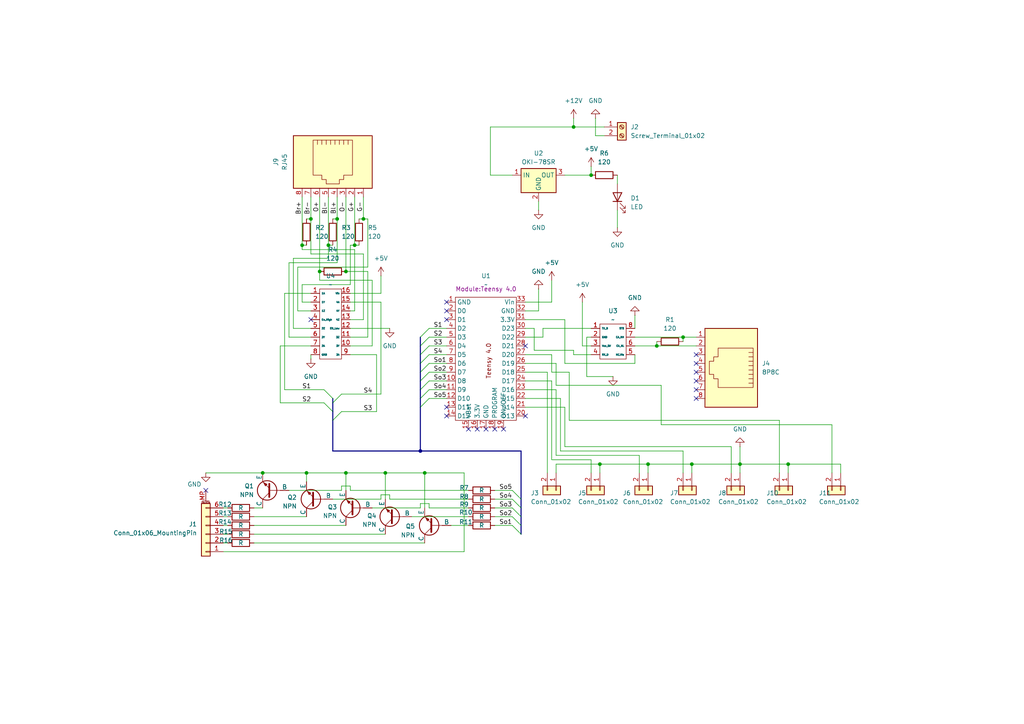
<source format=kicad_sch>
(kicad_sch (version 20231120) (generator "eeschema") (generator_version "8.0")
  (paper "A4")
  (lib_symbols
    (symbol "Connector:8P8C" (pin_names (offset 1.016))
      (property "Reference" "J" (at -5.08 13.97 0))
      (property "Value" "8P8C" (at 2.54 13.97 0))
      (symbol "8P8C_0_1"
        (polyline (pts (xy -5.08 4.445) (xy -6.35 4.445)))
        (polyline (pts (xy -5.08 5.715) (xy -6.35 5.715)))
        (polyline (pts (xy -6.35 -3.175) (xy -5.08 -3.175) (xy -5.08 -3.175)))
        (polyline (pts (xy -6.35 -1.905) (xy -5.08 -1.905) (xy -5.08 -1.905)))
        (polyline (pts (xy -6.35 -0.635) (xy -5.08 -0.635) (xy -5.08 -0.635)))
        (polyline (pts (xy -6.35 0.635) (xy -5.08 0.635) (xy -5.08 0.635)))
        (polyline (pts (xy -6.35 1.905) (xy -5.08 1.905) (xy -5.08 1.905)))
        (polyline (pts (xy -5.08 3.175) (xy -6.35 3.175) (xy -6.35 3.175)))
        (polyline (pts (xy -6.35 -4.445) (xy -6.35 6.985) (xy 3.81 6.985) (xy 3.81 4.445) (xy 5.08 4.445) (xy 5.08 3.175) (xy 6.35 3.175) (xy 6.35 -0.635) (xy 5.08 -0.635) (xy 5.08 -1.905) (xy 3.81 -1.905) (xy 3.81 -4.445) (xy -6.35 -4.445) (xy -6.35 -4.445)))
        (rectangle (start 7.62 12.7) (end -7.62 -10.16) (stroke (width 0.254)) (fill (type background)))
      )
      (symbol "8P8C_1_1"
        (pin passive line (at 10.16 -7.62 180) (length 2.54) (name "~") (number "1"))
        (pin passive line (at 10.16 -5.08 180) (length 2.54) (name "~") (number "2"))
        (pin passive line (at 10.16 -2.54 180) (length 2.54) (name "~") (number "3"))
        (pin passive line (at 10.16 0 180) (length 2.54) (name "~") (number "4"))
        (pin passive line (at 10.16 2.54 180) (length 2.54) (name "~") (number "5"))
        (pin passive line (at 10.16 5.08 180) (length 2.54) (name "~") (number "6"))
        (pin passive line (at 10.16 7.62 180) (length 2.54) (name "~") (number "7"))
        (pin passive line (at 10.16 10.16 180) (length 2.54) (name "~") (number "8"))
      )
    )
    (symbol "Connector:RJ45" (pin_names (offset 1.016))
      (property "Reference" "J" (at -5.08 13.97 0))
      (property "Value" "RJ45" (at 2.54 13.97 0))
      (symbol "RJ45_0_1"
        (polyline (pts (xy -5.08 4.445) (xy -6.35 4.445)))
        (polyline (pts (xy -5.08 5.715) (xy -6.35 5.715)))
        (polyline (pts (xy -6.35 -3.175) (xy -5.08 -3.175) (xy -5.08 -3.175)))
        (polyline (pts (xy -6.35 -1.905) (xy -5.08 -1.905) (xy -5.08 -1.905)))
        (polyline (pts (xy -6.35 -0.635) (xy -5.08 -0.635) (xy -5.08 -0.635)))
        (polyline (pts (xy -6.35 0.635) (xy -5.08 0.635) (xy -5.08 0.635)))
        (polyline (pts (xy -6.35 1.905) (xy -5.08 1.905) (xy -5.08 1.905)))
        (polyline (pts (xy -5.08 3.175) (xy -6.35 3.175) (xy -6.35 3.175)))
        (polyline (pts (xy -6.35 -4.445) (xy -6.35 6.985) (xy 3.81 6.985) (xy 3.81 4.445) (xy 5.08 4.445) (xy 5.08 3.175) (xy 6.35 3.175) (xy 6.35 -0.635) (xy 5.08 -0.635) (xy 5.08 -1.905) (xy 3.81 -1.905) (xy 3.81 -4.445) (xy -6.35 -4.445) (xy -6.35 -4.445)))
        (rectangle (start 7.62 12.7) (end -7.62 -10.16) (stroke (width 0.254)) (fill (type background)))
      )
      (symbol "RJ45_1_1"
        (pin passive line (at 10.16 -7.62 180) (length 2.54) (name "~") (number "1"))
        (pin passive line (at 10.16 -5.08 180) (length 2.54) (name "~") (number "2"))
        (pin passive line (at 10.16 -2.54 180) (length 2.54) (name "~") (number "3"))
        (pin passive line (at 10.16 0 180) (length 2.54) (name "~") (number "4"))
        (pin passive line (at 10.16 2.54 180) (length 2.54) (name "~") (number "5"))
        (pin passive line (at 10.16 5.08 180) (length 2.54) (name "~") (number "6"))
        (pin passive line (at 10.16 7.62 180) (length 2.54) (name "~") (number "7"))
        (pin passive line (at 10.16 10.16 180) (length 2.54) (name "~") (number "8"))
      )
    )
    (symbol "Connector:Screw_Terminal_01x02" (pin_names (offset 1.016) hide)
      (property "Reference" "J" (at 0 2.54 0))
      (property "Value" "Screw_Terminal_01x02" (at 0 -5.08 0))
      (symbol "Screw_Terminal_01x02_1_1"
        (rectangle (start -1.27 1.27) (end 1.27 -3.81) (stroke (width 0.254)) (fill (type background)))
        (circle (center 0 -2.54) (radius 0.635) (stroke (width 0.1524)))
        (polyline (pts (xy -0.5334 -2.2098) (xy 0.3302 -3.048)) (stroke (width 0.1524)))
        (polyline (pts (xy -0.5334 0.3302) (xy 0.3302 -0.508)) (stroke (width 0.1524)))
        (polyline (pts (xy -0.3556 -2.032) (xy 0.508 -2.8702)) (stroke (width 0.1524)))
        (polyline (pts (xy -0.3556 0.508) (xy 0.508 -0.3302)) (stroke (width 0.1524)))
        (circle (center 0 0) (radius 0.635) (stroke (width 0.1524)))
        (pin passive line (at -5.08 0 0) (length 3.81) (name "Pin_1") (number "1"))
        (pin passive line (at -5.08 -2.54 0) (length 3.81) (name "Pin_2") (number "2"))
      )
    )
    (symbol "Connector_Generic:Conn_01x02" (pin_names (offset 1.016) hide)
      (property "Reference" "J" (at 0 2.54 0))
      (property "Value" "Conn_01x02" (at 0 -5.08 0))
      (symbol "Conn_01x02_1_1"
        (rectangle (start -1.27 -2.413) (end 0 -2.667) (stroke (width 0.1524)))
        (rectangle (start -1.27 0.127) (end 0 -0.127) (stroke (width 0.1524)))
        (rectangle (start -1.27 1.27) (end 1.27 -3.81) (stroke (width 0.254)) (fill (type background)))
        (pin passive line (at -5.08 0 0) (length 3.81) (name "Pin_1") (number "1"))
        (pin passive line (at -5.08 -2.54 0) (length 3.81) (name "Pin_2") (number "2"))
      )
    )
    (symbol "Connector_Generic_MountingPin:Conn_01x06_MountingPin" (pin_names (offset 1.016) hide)
      (property "Reference" "J" (at 0 7.62 0))
      (property "Value" "Conn_01x06_MountingPin" (at 1.27 -10.16 0))
      (symbol "Conn_01x06_MountingPin_1_1"
        (rectangle (start -1.27 -7.493) (end 0 -7.747) (stroke (width 0.1524)))
        (rectangle (start -1.27 -4.953) (end 0 -5.207) (stroke (width 0.1524)))
        (rectangle (start -1.27 -2.413) (end 0 -2.667) (stroke (width 0.1524)))
        (rectangle (start -1.27 0.127) (end 0 -0.127) (stroke (width 0.1524)))
        (rectangle (start -1.27 2.667) (end 0 2.413) (stroke (width 0.1524)))
        (rectangle (start -1.27 5.207) (end 0 4.953) (stroke (width 0.1524)))
        (rectangle (start -1.27 6.35) (end 1.27 -8.89) (stroke (width 0.254)) (fill (type background)))
        (polyline (pts (xy -1.016 -9.652) (xy 1.016 -9.652)) (stroke (width 0.1524)))
        (text "Mounting" (at 0 -9.271 0) (effects (font (size 0.381 0.381))))
        (pin passive line (at -5.08 5.08 0) (length 3.81) (name "Pin_1") (number "1"))
        (pin passive line (at -5.08 2.54 0) (length 3.81) (name "Pin_2") (number "2"))
        (pin passive line (at -5.08 0 0) (length 3.81) (name "Pin_3") (number "3"))
        (pin passive line (at -5.08 -2.54 0) (length 3.81) (name "Pin_4") (number "4"))
        (pin passive line (at -5.08 -5.08 0) (length 3.81) (name "Pin_5") (number "5"))
        (pin passive line (at -5.08 -7.62 0) (length 3.81) (name "Pin_6") (number "6"))
        (pin passive line (at 0 -12.7 90) (length 3.048) (name "MountPin") (number "MP"))
      )
    )
    (symbol "Converter_DCDC:OKI-78SR-3.3_1.5-W36-C"
      (property "Reference" "U" (at -3.81 3.175 0))
      (property "Value" "OKI-78SR-3.3_1.5-W36-C" (at 0 3.175 0))
      (symbol "OKI-78SR-3.3_1.5-W36-C_0_1"
        (rectangle (start -5.08 1.905) (end 5.08 -5.08) (stroke (width 0.254)) (fill (type background)))
      )
      (symbol "OKI-78SR-3.3_1.5-W36-C_1_1"
        (pin power_in line (at -7.62 0 0) (length 2.54) (name "IN") (number "1"))
        (pin power_in line (at 0 -7.62 90) (length 2.54) (name "GND") (number "2"))
        (pin power_out line (at 7.62 0 180) (length 2.54) (name "OUT") (number "3"))
      )
    )
    (symbol "Device:LED" (pin_numbers hide) (pin_names (offset 1.016) hide)
      (property "Reference" "D" (at 0 2.54 0))
      (property "Value" "LED" (at 0 -2.54 0))
      (symbol "LED_0_1"
        (polyline (pts (xy -1.27 -1.27) (xy -1.27 1.27)) (stroke (width 0.254)))
        (polyline (pts (xy -1.27 0) (xy 1.27 0)))
        (polyline (pts (xy 1.27 -1.27) (xy 1.27 1.27) (xy -1.27 0) (xy 1.27 -1.27)) (stroke (width 0.254)))
        (polyline (pts (xy -3.048 -0.762) (xy -4.572 -2.286) (xy -3.81 -2.286) (xy -4.572 -2.286) (xy -4.572 -1.524)))
        (polyline (pts (xy -1.778 -0.762) (xy -3.302 -2.286) (xy -2.54 -2.286) (xy -3.302 -2.286) (xy -3.302 -1.524)))
      )
      (symbol "LED_1_1"
        (pin passive line (at -3.81 0 0) (length 2.54) (name "K") (number "1"))
        (pin passive line (at 3.81 0 180) (length 2.54) (name "A") (number "2"))
      )
    )
    (symbol "Device:R" (pin_numbers hide) (pin_names (offset 0))
      (property "Reference" "R" (at 2.032 0 90))
      (property "Value" "R" (at 0 0 90))
      (symbol "R_0_1"
        (rectangle (start -1.016 -2.54) (end 1.016 2.54) (stroke (width 0.254)))
      )
      (symbol "R_1_1"
        (pin passive line (at 0 3.81 270) (length 1.27) (name "~") (number "1"))
        (pin passive line (at 0 -3.81 90) (length 1.27) (name "~") (number "2"))
      )
    )
    (symbol "SMM:DS26C31TMX"
      (property "Reference" "U" (at 3.302 21.844 0))
      (symbol "DS26C31TMX_0_1"
        (rectangle (start 0 20.32) (end 6.35 0))
      )
      (symbol "DS26C31TMX_1_1"
        (pin input line (at -2.54 19.05 0) (length 2.54) (name "1A") (number "1"))
        (pin input line (at 8.89 3.81 180) (length 2.54) (name "3Y") (number "10"))
        (pin input line (at 8.89 6.35 180) (length 2.54) (name "3Z") (number "11"))
        (pin input line (at 8.89 8.89 180) (length 2.54) (name "EN_Low") (number "12"))
        (pin input line (at 8.89 11.43 180) (length 2.54) (name "4Z") (number "13"))
        (pin input line (at 8.89 13.97 180) (length 2.54) (name "4Y") (number "14"))
        (pin input line (at 8.89 16.51 180) (length 2.54) (name "4A") (number "15"))
        (pin input line (at 8.89 19.05 180) (length 2.54) (name "Vin") (number "16"))
        (pin input line (at -2.54 16.51 0) (length 2.54) (name "1Y") (number "2"))
        (pin input line (at -2.54 13.97 0) (length 2.54) (name "1Z") (number "3"))
        (pin input line (at -2.54 11.43 0) (length 2.54) (name "En_High") (number "4"))
        (pin input line (at -2.54 8.89 0) (length 2.54) (name "2Z") (number "5"))
        (pin input line (at -2.54 6.35 0) (length 2.54) (name "2Y") (number "6"))
        (pin input line (at -2.54 3.81 0) (length 2.54) (name "2A") (number "7"))
        (pin input line (at -2.54 1.27 0) (length 2.54) (name "GND") (number "8"))
        (pin input line (at 8.89 1.27 180) (length 2.54) (name "3A") (number "9"))
      )
    )
    (symbol "SMM:TCAN1462VDRQ1"
      (property "Reference" "U" (at 3.556 11.43 0))
      (symbol "TCAN1462VDRQ1_0_1"
        (rectangle (start 0 10.16) (end 7.62 0))
      )
      (symbol "TCAN1462VDRQ1_1_1"
        (pin input line (at -2.54 8.89 0) (length 2.54) (name "TX_D") (number "1"))
        (pin input line (at -2.54 6.35 0) (length 2.54) (name "GND") (number "2"))
        (pin input line (at -2.54 3.81 0) (length 2.54) (name "Vcc_5V") (number "3"))
        (pin output line (at -2.54 1.27 0) (length 2.54) (name "RX_D") (number "4"))
        (pin input line (at 10.16 1.27 180) (length 2.54) (name "NC,Vio") (number "5"))
        (pin bidirectional line (at 10.16 3.81 180) (length 2.54) (name "CA_NL") (number "6"))
        (pin bidirectional line (at 10.16 6.35 180) (length 2.54) (name "CA_NH") (number "7"))
        (pin input line (at 10.16 8.89 180) (length 2.54) (name "STB") (number "8"))
      )
    )
    (symbol "SMM:Teensy_4.0"
      (property "Reference" "U" (at 0 0 0))
      (property "Footprint" "Module:Teensy 4.0" (at 0 0 0))
      (symbol "Teensy_4.0_0_1"
        (rectangle (start 0 35.71) (end 17.68 0))
      )
      (symbol "Teensy_4.0_1_1"
        (text "Teensy 4.0\n" (at 9.652 17.272 900) (effects (font (size 1.27 1.27))))
        (pin input line (at -2.54 34.29 0) (length 2.54) (name "GND") (number "1"))
        (pin bidirectional line (at -2.54 11.43 0) (length 2.54) (name "D8") (number "10"))
        (pin bidirectional line (at -2.54 8.89 0) (length 2.54) (name "D9") (number "11"))
        (pin bidirectional line (at -2.54 6.35 0) (length 2.54) (name "D10") (number "12"))
        (pin bidirectional line (at -2.54 3.81 0) (length 2.54) (name "D11") (number "13"))
        (pin bidirectional line (at -2.54 1.27 0) (length 2.54) (name "D12") (number "14"))
        (pin power_in line (at 3.81 -2.54 90) (length 2.54) (name "VBat") (number "15"))
        (pin power_out line (at 6.35 -2.54 90) (length 2.54) (name "3.3V") (number "16"))
        (pin input line (at 8.89 -2.54 90) (length 2.54) (name "GND") (number "17"))
        (pin unspecified line (at 11.43 -2.54 90) (length 2.54) (name "PROGRAM") (number "18"))
        (pin input line (at 13.97 -2.54 90) (length 2.54) (name "ON/OFF") (number "19"))
        (pin bidirectional line (at -2.54 31.75 0) (length 2.54) (name "D0") (number "2"))
        (pin bidirectional line (at 20.32 1.27 180) (length 2.54) (name "D13") (number "20"))
        (pin bidirectional line (at 20.32 3.81 180) (length 2.54) (name "D14") (number "21"))
        (pin bidirectional line (at 20.32 6.35 180) (length 2.54) (name "D15") (number "22"))
        (pin bidirectional line (at 20.32 8.89 180) (length 2.54) (name "D16") (number "23"))
        (pin bidirectional line (at 20.32 11.43 180) (length 2.54) (name "D17") (number "24"))
        (pin bidirectional line (at 20.32 13.97 180) (length 2.54) (name "D18") (number "25"))
        (pin bidirectional line (at 20.32 16.51 180) (length 2.54) (name "D19") (number "26"))
        (pin bidirectional line (at 20.32 19.05 180) (length 2.54) (name "D20") (number "27"))
        (pin bidirectional line (at 20.32 21.59 180) (length 2.54) (name "D21") (number "28"))
        (pin bidirectional line (at 20.32 24.13 180) (length 2.54) (name "D22") (number "29"))
        (pin bidirectional line (at -2.54 29.21 0) (length 2.54) (name "D1") (number "3"))
        (pin bidirectional line (at 20.32 26.67 180) (length 2.54) (name "D23") (number "30"))
        (pin power_out line (at 20.32 29.21 180) (length 2.54) (name "3.3V") (number "31"))
        (pin input line (at 20.32 31.75 180) (length 2.54) (name "GND") (number "32"))
        (pin power_in line (at 20.32 34.29 180) (length 2.54) (name "Vin") (number "33"))
        (pin bidirectional line (at -2.54 26.67 0) (length 2.54) (name "D2") (number "4"))
        (pin bidirectional line (at -2.54 24.13 0) (length 2.54) (name "D3") (number "5"))
        (pin bidirectional line (at -2.54 21.59 0) (length 2.54) (name "D4") (number "6"))
        (pin bidirectional line (at -2.54 19.05 0) (length 2.54) (name "D5") (number "7"))
        (pin bidirectional line (at -2.54 16.51 0) (length 2.54) (name "D6") (number "8"))
        (pin bidirectional line (at -2.54 13.97 0) (length 2.54) (name "D7") (number "9"))
      )
    )
    (symbol "Simulation_SPICE:NPN" (pin_numbers hide) (pin_names (offset 0))
      (property "Reference" "Q" (at -2.54 7.62 0))
      (property "Value" "NPN" (at -2.54 5.08 0))
      (symbol "NPN_0_1"
        (polyline (pts (xy -2.54 0) (xy 0.635 0)) (stroke (width 0.1524)))
        (polyline (pts (xy 0.635 0.635) (xy 2.54 2.54)))
        (polyline (pts (xy 2.794 -1.27) (xy 2.794 -1.27)) (stroke (width 0.1524)))
        (polyline (pts (xy 2.794 -1.27) (xy 2.794 -1.27)) (stroke (width 0.1524)))
        (polyline (pts (xy 0.635 -0.635) (xy 2.54 -2.54) (xy 2.54 -2.54)))
        (polyline (pts (xy 0.635 1.905) (xy 0.635 -1.905) (xy 0.635 -1.905)) (stroke (width 0.508)))
        (polyline (pts (xy 1.27 -1.778) (xy 1.778 -1.27) (xy 2.286 -2.286) (xy 1.27 -1.778) (xy 1.27 -1.778)) (fill (type outline)))
        (circle (center 1.27 0) (radius 2.8194) (stroke (width 0.254)))
      )
      (symbol "NPN_1_1"
        (pin open_collector line (at 2.54 5.08 270) (length 2.54) (name "C") (number "1"))
        (pin input line (at -5.08 0 0) (length 2.54) (name "B") (number "2"))
        (pin open_emitter line (at 2.54 -5.08 90) (length 2.54) (name "E") (number "3"))
      )
    )
    (symbol "power:+12V" (power) (pin_numbers hide) (pin_names (offset 0) hide)
      (property "Value" "+12V" (at 0 3.556 0))
      (symbol "+12V_0_1"
        (polyline (pts (xy -0.762 1.27) (xy 0 2.54)))
        (polyline (pts (xy 0 0) (xy 0 2.54)))
        (polyline (pts (xy 0 2.54) (xy 0.762 1.27)))
      )
      (symbol "+12V_1_1"
        (pin power_in line (at 0 0 90) (length 0) (name "~") (number "1"))
      )
    )
    (symbol "power:+5V" (power) (pin_numbers hide) (pin_names (offset 0) hide)
      (property "Value" "+5V" (at 0 3.556 0))
      (symbol "+5V_0_1"
        (polyline (pts (xy -0.762 1.27) (xy 0 2.54)))
        (polyline (pts (xy 0 0) (xy 0 2.54)))
        (polyline (pts (xy 0 2.54) (xy 0.762 1.27)))
      )
      (symbol "+5V_1_1"
        (pin power_in line (at 0 0 90) (length 0) (name "~") (number "1"))
      )
    )
    (symbol "power:GND" (power) (pin_numbers hide) (pin_names (offset 0) hide)
      (property "Value" "GND" (at 0 -3.81 0))
      (symbol "GND_0_1"
        (polyline (pts (xy 0 0) (xy 0 -1.27) (xy 1.27 -1.27) (xy 0 -2.54) (xy -1.27 -1.27) (xy 0 -1.27)))
      )
      (symbol "GND_1_1"
        (pin power_in line (at 0 0 270) (length 0) (name "~") (number "1"))
      )
    )
  )
  (junction (at 121.92 130.81))
  (junction (at 228.6 134.62))
  (junction (at 187.96 134.62))
  (junction (at 97.79 63.5))
  (junction (at 87.63 71.12))
  (junction (at 92.71 78.74))
  (junction (at 214.63 134.62))
  (junction (at 200.66 134.62))
  (junction (at 173.99 134.62))
  (junction (at 171.45 50.8))
  (junction (at 166.37 36.83))
  (junction (at 88.9 137.16))
  (junction (at 100.33 137.16))
  (junction (at 198.12 97.79))
  (junction (at 95.25 71.12))
  (junction (at 111.76 137.16))
  (junction (at 76.2 137.16))
  (junction (at 100.33 78.74))
  (junction (at 105.41 63.5))
  (junction (at 102.87 71.12))
  (junction (at 90.17 63.5))
  (junction (at 190.5 100.33))
  (junction (at 123.19 137.16))
  (no_connect (at 201.93 102.87))
  (no_connect (at 135.89 124.46))
  (no_connect (at 138.43 124.46))
  (no_connect (at 152.4 120.65))
  (no_connect (at 201.93 115.57))
  (no_connect (at 143.51 124.46))
  (no_connect (at 201.93 110.49))
  (no_connect (at 129.54 87.63))
  (no_connect (at 129.54 120.65))
  (no_connect (at 90.17 92.71))
  (no_connect (at 129.54 90.17))
  (no_connect (at 59.69 142.24))
  (no_connect (at 129.54 92.71))
  (no_connect (at 152.4 100.33))
  (no_connect (at 146.05 124.46))
  (no_connect (at 201.93 105.41))
  (no_connect (at 140.97 124.46))
  (no_connect (at 129.54 118.11))
  (no_connect (at 201.93 107.95))
  (no_connect (at 201.93 113.03))
  (bus_entry (at 121.92 115.57) (size 2.54 -2.54))
  (bus_entry (at 121.92 107.95) (size 2.54 -2.54))
  (bus_entry (at 121.92 118.11) (size 2.54 -2.54))
  (bus_entry (at 121.92 97.79) (size 2.54 -2.54))
  (bus_entry (at 121.92 102.87) (size 2.54 -2.54))
  (bus_entry (at 151.13 144.78) (size -2.54 -2.54))
  (bus_entry (at 96.52 115.57) (size -2.54 -2.54))
  (bus_entry (at 121.92 100.33) (size 2.54 -2.54))
  (bus_entry (at 151.13 149.86) (size -2.54 -2.54))
  (bus_entry (at 96.52 119.38) (size -2.54 -2.54))
  (bus_entry (at 151.13 154.94) (size -2.54 -2.54))
  (bus_entry (at 121.92 110.49) (size 2.54 -2.54))
  (bus_entry (at 96.52 116.84) (size 2.54 -2.54))
  (bus_entry (at 121.92 105.41) (size 2.54 -2.54))
  (bus_entry (at 96.52 121.92) (size 2.54 -2.54))
  (bus_entry (at 151.13 152.4) (size -2.54 -2.54))
  (bus_entry (at 151.13 147.32) (size -2.54 -2.54))
  (bus_entry (at 121.92 113.03) (size 2.54 -2.54))
  (wire (pts (xy 212.09 129.54) (xy 212.09 137.16)))
  (wire (pts (xy 241.3 123.19) (xy 241.3 137.16)))
  (wire (pts (xy 105.41 92.71) (xy 101.6 92.71)))
  (bus (pts (xy 96.52 130.81) (xy 96.52 121.92)))
  (wire (pts (xy 156.21 83.82) (xy 156.21 90.17)))
  (wire (pts (xy 110.49 114.3) (xy 99.06 114.3)))
  (wire (pts (xy 152.4 115.57) (xy 162.56 115.57)))
  (wire (pts (xy 160.02 133.35) (xy 171.45 133.35)))
  (wire (pts (xy 64.77 147.32) (xy 66.04 147.32)))
  (wire (pts (xy 162.56 115.57) (xy 162.56 130.81)))
  (wire (pts (xy 64.77 157.48) (xy 66.04 157.48)))
  (wire (pts (xy 88.9 137.16) (xy 88.9 139.7)))
  (wire (pts (xy 161.29 137.16) (xy 161.29 134.62)))
  (bus (pts (xy 96.52 119.38) (xy 96.52 116.84)))
  (wire (pts (xy 90.17 57.15) (xy 90.17 63.5)))
  (wire (pts (xy 124.46 100.33) (xy 129.54 100.33)))
  (wire (pts (xy 156.21 58.42) (xy 156.21 60.96)))
  (wire (pts (xy 243.84 134.62) (xy 243.84 137.16)))
  (wire (pts (xy 102.87 71.12) (xy 104.14 71.12)))
  (wire (pts (xy 160.02 107.95) (xy 165.1 107.95)))
  (wire (pts (xy 119.38 149.86) (xy 135.89 149.86)))
  (wire (pts (xy 102.87 57.15) (xy 102.87 71.12)))
  (wire (pts (xy 152.4 110.49) (xy 160.02 110.49)))
  (wire (pts (xy 101.6 71.12) (xy 101.6 82.55)))
  (wire (pts (xy 110.49 144.78) (xy 110.49 143.51)))
  (wire (pts (xy 82.55 85.09) (xy 82.55 113.03)))
  (wire (pts (xy 64.77 149.86) (xy 66.04 149.86)))
  (wire (pts (xy 143.51 142.24) (xy 148.59 142.24)))
  (wire (pts (xy 191.77 111.76) (xy 191.77 123.19)))
  (wire (pts (xy 187.96 134.62) (xy 200.66 134.62)))
  (wire (pts (xy 105.41 73.66) (xy 90.17 73.66)))
  (wire (pts (xy 165.1 107.95) (xy 165.1 121.92)))
  (wire (pts (xy 106.68 78.74) (xy 106.68 97.79)))
  (wire (pts (xy 92.71 57.15) (xy 92.71 78.74)))
  (wire (pts (xy 102.87 71.12) (xy 101.6 71.12)))
  (wire (pts (xy 173.99 134.62) (xy 173.99 137.16)))
  (wire (pts (xy 96.52 144.78) (xy 110.49 144.78)))
  (wire (pts (xy 184.15 102.87) (xy 184.15 105.41)))
  (wire (pts (xy 76.2 137.16) (xy 88.9 137.16)))
  (wire (pts (xy 101.6 95.25) (xy 113.03 95.25)))
  (wire (pts (xy 64.77 154.94) (xy 66.04 154.94)))
  (wire (pts (xy 101.6 87.63) (xy 110.49 87.63)))
  (wire (pts (xy 73.66 152.4) (xy 100.33 152.4)))
  (wire (pts (xy 130.81 152.4) (xy 135.89 152.4)))
  (wire (pts (xy 124.46 97.79) (xy 129.54 97.79)))
  (bus (pts (xy 96.52 130.81) (xy 121.92 130.81)))
  (bus (pts (xy 121.92 130.81) (xy 151.13 130.81)))
  (wire (pts (xy 102.87 72.39) (xy 102.87 90.17)))
  (wire (pts (xy 90.17 73.66) (xy 90.17 63.5)))
  (bus (pts (xy 121.92 115.57) (xy 121.92 113.03)))
  (wire (pts (xy 124.46 147.32) (xy 124.46 146.05)))
  (wire (pts (xy 73.66 157.48) (xy 123.19 157.48)))
  (wire (pts (xy 101.6 82.55) (xy 87.63 82.55)))
  (wire (pts (xy 124.46 147.32) (xy 135.89 147.32)))
  (wire (pts (xy 172.72 34.29) (xy 172.72 39.37)))
  (wire (pts (xy 83.82 97.79) (xy 90.17 97.79)))
  (wire (pts (xy 87.63 82.55) (xy 87.63 87.63)))
  (bus (pts (xy 96.52 116.84) (xy 96.52 115.57)))
  (wire (pts (xy 92.71 78.74) (xy 92.71 81.28)))
  (wire (pts (xy 104.14 63.5) (xy 105.41 63.5)))
  (bus (pts (xy 121.92 118.11) (xy 121.92 115.57)))
  (wire (pts (xy 86.36 90.17) (xy 86.36 77.47)))
  (wire (pts (xy 152.4 118.11) (xy 163.83 118.11)))
  (wire (pts (xy 162.56 130.81) (xy 198.12 130.81)))
  (wire (pts (xy 184.15 100.33) (xy 190.5 100.33)))
  (wire (pts (xy 166.37 102.87) (xy 171.45 102.87)))
  (wire (pts (xy 73.66 147.32) (xy 76.2 147.32)))
  (wire (pts (xy 166.37 36.83) (xy 142.24 36.83)))
  (wire (pts (xy 95.25 57.15) (xy 95.25 71.12)))
  (bus (pts (xy 121.92 100.33) (xy 121.92 102.87)))
  (wire (pts (xy 161.29 134.62) (xy 173.99 134.62)))
  (wire (pts (xy 152.4 102.87) (xy 160.02 102.87)))
  (wire (pts (xy 228.6 134.62) (xy 228.6 137.16)))
  (bus (pts (xy 121.92 97.79) (xy 121.92 100.33)))
  (wire (pts (xy 166.37 36.83) (xy 175.26 36.83)))
  (wire (pts (xy 190.5 100.33) (xy 201.93 100.33)))
  (wire (pts (xy 111.76 137.16) (xy 123.19 137.16)))
  (wire (pts (xy 184.15 97.79) (xy 198.12 97.79)))
  (wire (pts (xy 191.77 123.19) (xy 241.3 123.19)))
  (wire (pts (xy 152.4 105.41) (xy 161.29 105.41)))
  (wire (pts (xy 110.49 85.09) (xy 110.49 80.01)))
  (wire (pts (xy 124.46 95.25) (xy 129.54 95.25)))
  (wire (pts (xy 148.59 50.8) (xy 142.24 50.8)))
  (wire (pts (xy 101.6 102.87) (xy 109.22 102.87)))
  (wire (pts (xy 163.83 92.71) (xy 152.4 92.71)))
  (wire (pts (xy 160.02 110.49) (xy 160.02 133.35)))
  (wire (pts (xy 83.82 142.24) (xy 99.06 142.24)))
  (bus (pts (xy 96.52 121.92) (xy 96.52 119.38)))
  (wire (pts (xy 109.22 119.38) (xy 99.06 119.38)))
  (wire (pts (xy 157.48 95.25) (xy 157.48 97.79)))
  (wire (pts (xy 59.69 137.16) (xy 76.2 137.16)))
  (wire (pts (xy 110.49 87.63) (xy 110.49 114.3)))
  (wire (pts (xy 200.66 134.62) (xy 214.63 134.62)))
  (wire (pts (xy 143.51 144.78) (xy 148.59 144.78)))
  (wire (pts (xy 95.25 71.12) (xy 96.52 71.12)))
  (bus (pts (xy 121.92 130.81) (xy 121.92 118.11)))
  (wire (pts (xy 100.33 78.74) (xy 106.68 78.74)))
  (wire (pts (xy 95.25 74.93) (xy 85.09 74.93)))
  (wire (pts (xy 168.91 100.33) (xy 171.45 100.33)))
  (wire (pts (xy 124.46 107.95) (xy 129.54 107.95)))
  (wire (pts (xy 107.95 100.33) (xy 101.6 100.33)))
  (wire (pts (xy 81.28 116.84) (xy 93.98 116.84)))
  (bus (pts (xy 121.92 110.49) (xy 121.92 107.95)))
  (wire (pts (xy 73.66 149.86) (xy 88.9 149.86)))
  (wire (pts (xy 163.83 118.11) (xy 163.83 129.54)))
  (wire (pts (xy 200.66 134.62) (xy 200.66 137.16)))
  (wire (pts (xy 184.15 91.44) (xy 184.15 95.25)))
  (wire (pts (xy 95.25 71.12) (xy 95.25 74.93)))
  (wire (pts (xy 87.63 71.12) (xy 87.63 72.39)))
  (wire (pts (xy 87.63 87.63) (xy 90.17 87.63)))
  (wire (pts (xy 160.02 81.28) (xy 160.02 87.63)))
  (wire (pts (xy 102.87 90.17) (xy 101.6 90.17)))
  (wire (pts (xy 214.63 134.62) (xy 214.63 129.54)))
  (wire (pts (xy 121.92 146.05) (xy 124.46 146.05)))
  (wire (pts (xy 124.46 105.41) (xy 129.54 105.41)))
  (wire (pts (xy 165.1 121.92) (xy 226.06 121.92)))
  (wire (pts (xy 87.63 71.12) (xy 88.9 71.12)))
  (wire (pts (xy 82.55 113.03) (xy 93.98 113.03)))
  (wire (pts (xy 171.45 95.25) (xy 157.48 95.25)))
  (bus (pts (xy 121.92 102.87) (xy 121.92 105.41)))
  (wire (pts (xy 107.95 81.28) (xy 107.95 100.33)))
  (wire (pts (xy 101.6 85.09) (xy 110.49 85.09)))
  (wire (pts (xy 106.68 77.47) (xy 106.68 63.5)))
  (wire (pts (xy 124.46 102.87) (xy 129.54 102.87)))
  (wire (pts (xy 163.83 105.41) (xy 163.83 92.71)))
  (wire (pts (xy 134.62 137.16) (xy 123.19 137.16)))
  (wire (pts (xy 198.12 130.81) (xy 198.12 137.16)))
  (wire (pts (xy 156.21 90.17) (xy 152.4 90.17)))
  (wire (pts (xy 101.6 142.24) (xy 101.6 140.97)))
  (wire (pts (xy 161.29 105.41) (xy 161.29 111.76)))
  (wire (pts (xy 198.12 97.79) (xy 198.12 99.06)))
  (bus (pts (xy 151.13 147.32) (xy 151.13 149.86)))
  (wire (pts (xy 101.6 142.24) (xy 135.89 142.24)))
  (wire (pts (xy 158.75 107.95) (xy 158.75 137.16)))
  (wire (pts (xy 97.79 57.15) (xy 97.79 63.5)))
  (wire (pts (xy 113.03 144.78) (xy 113.03 143.51)))
  (wire (pts (xy 97.79 76.2) (xy 83.82 76.2)))
  (wire (pts (xy 97.79 63.5) (xy 97.79 76.2)))
  (wire (pts (xy 185.42 132.08) (xy 185.42 137.16)))
  (wire (pts (xy 99.06 140.97) (xy 101.6 140.97)))
  (wire (pts (xy 64.77 152.4) (xy 66.04 152.4)))
  (wire (pts (xy 160.02 102.87) (xy 160.02 107.95)))
  (wire (pts (xy 198.12 97.79) (xy 201.93 97.79)))
  (wire (pts (xy 161.29 113.03) (xy 161.29 132.08)))
  (wire (pts (xy 123.19 137.16) (xy 123.19 147.32)))
  (wire (pts (xy 171.45 48.26) (xy 171.45 50.8)))
  (wire (pts (xy 143.51 152.4) (xy 148.59 152.4)))
  (wire (pts (xy 124.46 113.03) (xy 129.54 113.03)))
  (wire (pts (xy 90.17 104.14) (xy 90.17 102.87)))
  (wire (pts (xy 96.52 63.5) (xy 97.79 63.5)))
  (wire (pts (xy 87.63 72.39) (xy 102.87 72.39)))
  (wire (pts (xy 100.33 137.16) (xy 100.33 142.24)))
  (wire (pts (xy 124.46 110.49) (xy 129.54 110.49)))
  (wire (pts (xy 106.68 63.5) (xy 105.41 63.5)))
  (wire (pts (xy 152.4 113.03) (xy 161.29 113.03)))
  (wire (pts (xy 154.94 95.25) (xy 154.94 101.6)))
  (wire (pts (xy 166.37 101.6) (xy 166.37 102.87)))
  (wire (pts (xy 171.45 50.8) (xy 163.83 50.8)))
  (wire (pts (xy 110.49 143.51) (xy 113.03 143.51)))
  (wire (pts (xy 179.07 50.8) (xy 179.07 53.34)))
  (wire (pts (xy 105.41 92.71) (xy 105.41 73.66)))
  (wire (pts (xy 187.96 134.62) (xy 187.96 137.16)))
  (wire (pts (xy 152.4 95.25) (xy 154.94 95.25)))
  (bus (pts (xy 121.92 113.03) (xy 121.92 110.49)))
  (wire (pts (xy 154.94 101.6) (xy 166.37 101.6)))
  (wire (pts (xy 226.06 121.92) (xy 226.06 137.16)))
  (wire (pts (xy 99.06 142.24) (xy 99.06 140.97)))
  (wire (pts (xy 152.4 107.95) (xy 158.75 107.95)))
  (wire (pts (xy 134.62 160.02) (xy 134.62 137.16)))
  (wire (pts (xy 161.29 132.08) (xy 185.42 132.08)))
  (wire (pts (xy 157.48 97.79) (xy 152.4 97.79)))
  (bus (pts (xy 151.13 152.4) (xy 151.13 154.94)))
  (wire (pts (xy 171.45 97.79) (xy 170.18 97.79)))
  (wire (pts (xy 100.33 137.16) (xy 111.76 137.16)))
  (wire (pts (xy 143.51 149.86) (xy 148.59 149.86)))
  (wire (pts (xy 173.99 134.62) (xy 187.96 134.62)))
  (wire (pts (xy 163.83 129.54) (xy 212.09 129.54)))
  (wire (pts (xy 142.24 36.83) (xy 142.24 50.8)))
  (bus (pts (xy 151.13 130.81) (xy 151.13 144.78)))
  (wire (pts (xy 113.03 144.78) (xy 135.89 144.78)))
  (wire (pts (xy 88.9 137.16) (xy 100.33 137.16)))
  (wire (pts (xy 107.95 147.32) (xy 121.92 147.32)))
  (wire (pts (xy 121.92 147.32) (xy 121.92 146.05)))
  (wire (pts (xy 214.63 134.62) (xy 228.6 134.62)))
  (wire (pts (xy 109.22 102.87) (xy 109.22 119.38)))
  (wire (pts (xy 190.5 99.06) (xy 190.5 100.33)))
  (wire (pts (xy 184.15 105.41) (xy 163.83 105.41)))
  (wire (pts (xy 171.45 133.35) (xy 171.45 137.16)))
  (wire (pts (xy 170.18 97.79) (xy 170.18 109.22)))
  (wire (pts (xy 168.91 87.63) (xy 168.91 100.33)))
  (wire (pts (xy 179.07 60.96) (xy 179.07 66.04)))
  (wire (pts (xy 87.63 57.15) (xy 87.63 71.12)))
  (wire (pts (xy 166.37 34.29) (xy 166.37 36.83)))
  (wire (pts (xy 64.77 160.02) (xy 134.62 160.02)))
  (wire (pts (xy 105.41 57.15) (xy 105.41 63.5)))
  (wire (pts (xy 90.17 100.33) (xy 81.28 100.33)))
  (wire (pts (xy 161.29 111.76) (xy 191.77 111.76)))
  (wire (pts (xy 88.9 63.5) (xy 90.17 63.5)))
  (wire (pts (xy 172.72 39.37) (xy 175.26 39.37)))
  (wire (pts (xy 170.18 109.22) (xy 177.8 109.22)))
  (bus (pts (xy 121.92 107.95) (xy 121.92 105.41)))
  (wire (pts (xy 214.63 134.62) (xy 214.63 137.16)))
  (wire (pts (xy 86.36 77.47) (xy 106.68 77.47)))
  (bus (pts (xy 151.13 149.86) (xy 151.13 152.4)))
  (wire (pts (xy 143.51 147.32) (xy 148.59 147.32)))
  (wire (pts (xy 83.82 76.2) (xy 83.82 97.79)))
  (wire (pts (xy 73.66 154.94) (xy 111.76 154.94)))
  (wire (pts (xy 106.68 97.79) (xy 101.6 97.79)))
  (wire (pts (xy 85.09 74.93) (xy 85.09 95.25)))
  (wire (pts (xy 111.76 137.16) (xy 111.76 144.78)))
  (wire (pts (xy 228.6 134.62) (xy 243.84 134.62)))
  (wire (pts (xy 124.46 115.57) (xy 129.54 115.57)))
  (bus (pts (xy 151.13 144.78) (xy 151.13 147.32)))
  (wire (pts (xy 85.09 95.25) (xy 90.17 95.25)))
  (wire (pts (xy 160.02 87.63) (xy 152.4 87.63)))
  (wire (pts (xy 81.28 100.33) (xy 81.28 116.84)))
  (wire (pts (xy 86.36 90.17) (xy 90.17 90.17)))
  (wire (pts (xy 100.33 57.15) (xy 100.33 78.74)))
  (wire (pts (xy 92.71 81.28) (xy 107.95 81.28)))
  (wire (pts (xy 90.17 85.09) (xy 82.55 85.09)))
  (label "So3" (at 144.78 147.32 0))
  (label "Bl+" (at 97.79 58.42 270))
  (label "G+" (at 102.87 58.42 270))
  (label "So4" (at 125.73 113.03 0))
  (label "So3" (at 125.73 110.49 0))
  (label "So2" (at 125.73 107.95 0))
  (label "S1" (at 87.63 113.03 0))
  (label "Br+" (at 87.63 58.42 270))
  (label "S2" (at 125.73 97.79 0))
  (label "S4" (at 125.73 102.87 0))
  (label "So2" (at 144.78 149.86 0))
  (label "Br-" (at 90.17 58.42 270))
  (label "So1" (at 125.73 105.41 0))
  (label "G-" (at 105.41 58.42 270))
  (label "So1" (at 144.78 152.4 0))
  (label "S3" (at 125.73 100.33 0))
  (label "S2" (at 87.63 116.84 0))
  (label "Bl-" (at 95.25 58.42 270))
  (label "S4" (at 105.41 114.3 0))
  (label "So5" (at 144.78 142.24 0))
  (label "S3" (at 105.41 119.38 0))
  (label "S1" (at 125.73 95.25 0))
  (label "O-" (at 100.33 58.42 270))
  (label "So4" (at 144.78 144.78 0))
  (label "So5" (at 125.73 115.57 0))
  (label "O+" (at 92.71 58.42 270))
  (symbol (lib_id "power:+5V") (at 171.45 48.26 0) (unit 1)
    (property "Reference" "#PWR06" (effects (hide yes)))
    (property "Value" "+5V" (at 171.45 43.18 0))
    (property "Description" "Power symbol creates a global label with name \"+5V\"" (effects (hide yes)))
  )
  (symbol (lib_id "SMM:Teensy_4.0") (at 132.08 121.92 0) (unit 1)
    (property "Reference" "U1" (at 140.97 80.01 0))
    (property "Value" "~" (at 140.97 82.55 0))
    (property "Footprint" "Module:Teensy 4.0" (at 140.97 83.82 0))
  )
  (symbol (lib_id "power:+5V") (at 168.91 87.63 0) (unit 1)
    (property "Reference" "#PWR05" (effects (hide yes)))
    (property "Value" "+5V" (at 168.91 82.55 0))
    (property "Description" "Power symbol creates a global label with name \"+5V\"" (effects (hide yes)))
  )
  (symbol (lib_id "SMM:TCAN1462VDRQ1") (at 173.99 104.14 0) (unit 1)
    (property "Reference" "U3" (at 177.8 90.17 0))
    (property "Value" "~" (at 177.8 92.71 0))
    (property "Footprint" "SMM:TCAN1462VDRQ1" (effects (hide yes)))
  )
  (symbol (lib_id "Device:R") (at 194.31 99.06 90) (unit 1)
    (property "Reference" "R1" (at 194.31 92.71 90))
    (property "Value" "120" (at 194.31 95.25 90))
    (property "Footprint" "Resistor_SMD:R_1206_3216Metric" (effects (hide yes)))
    (property "Description" "Resistor" (effects (hide yes)))
  )
  (symbol (lib_id "Simulation_SPICE:NPN") (at 91.44 144.78 180) (unit 1)
    (property "Reference" "Q2" (at 86.106 144.272 0) (effects (justify left)))
    (property "Value" "NPN" (at 86.106 146.812 0) (effects (justify left)))
    (property "Footprint" "Package_TO_SOT_THT:TO-92" (effects (hide yes)))
    (property "Datasheet" "https://ngspice.sourceforge.io/docs/ngspice-html-manual/manual.xhtml#cha_BJTs" (effects (hide yes)))
    (property "Description" "Bipolar transistor symbol for simulation only, substrate tied to the emitter" (effects (hide yes)))
    (property "Sim.Device" "NPN" (effects (hide yes)))
    (property "Sim.Type" "GUMMELPOON" (effects (hide yes)))
    (property "Sim.Pins" "1=C 2=B 3=E" (effects (hide yes)))
  )
  (symbol (lib_id "Connector_Generic:Conn_01x02") (at 228.6 142.24 270) (unit 1)
    (property "Reference" "J10" (at 222.25 143.002 90) (effects (justify left)))
    (property "Value" "Conn_01x02" (at 222.25 145.542 90) (effects (justify left)))
    (property "Footprint" "TerminalBlock:TerminalBlock_Altech_AK300-2_P5.00mm" (effects (hide yes)))
    (property "Description" "Generic connector, single row, 01x02, script generated (kicad-library-utils/schlib/autogen/connector/)" (effects (hide yes)))
  )
  (symbol (lib_id "power:GND") (at 90.17 104.14 0) (unit 1)
    (property "Reference" "#PWR010" (effects (hide yes)))
    (property "Value" "GND" (at 90.17 109.22 0))
    (property "Description" "Power symbol creates a global label with name \"GND\" , ground" (effects (hide yes)))
  )
  (symbol (lib_id "Device:R") (at 69.85 147.32 90) (unit 1)
    (property "Reference" "R12" (at 65.278 146.304 90))
    (property "Value" "R" (at 69.85 147.32 90))
    (property "Footprint" "Resistor_SMD:R_1206_3216Metric" (effects (hide yes)))
    (property "Description" "Resistor" (effects (hide yes)))
  )
  (symbol (lib_id "Device:R") (at 96.52 67.31 0) (unit 1)
    (property "Reference" "R3" (at 99.06 66.0399 0) (effects (justify left)))
    (property "Value" "120" (at 99.06 68.5799 0) (effects (justify left)))
    (property "Footprint" "Resistor_SMD:R_1206_3216Metric" (effects (hide yes)))
    (property "Description" "Resistor" (effects (hide yes)))
  )
  (symbol (lib_id "Device:R") (at 104.14 67.31 0) (unit 1)
    (property "Reference" "R5" (at 106.68 66.0399 0) (effects (justify left)))
    (property "Value" "120" (at 106.68 68.5799 0) (effects (justify left)))
    (property "Footprint" "Resistor_SMD:R_1206_3216Metric" (effects (hide yes)))
    (property "Description" "Resistor" (effects (hide yes)))
  )
  (symbol (lib_id "Connector:Screw_Terminal_01x02") (at 180.34 36.83 0) (unit 1)
    (property "Reference" "J2" (at 182.88 36.8299 0) (effects (justify left)))
    (property "Value" "Screw_Terminal_01x02" (at 182.88 39.3699 0) (effects (justify left)))
    (property "Footprint" "SMM:TerminalBlock_Wago_2x1_2604_1102" (effects (hide yes)))
    (property "Description" "Generic screw terminal, single row, 01x02, script generated (kicad-library-utils/schlib/autogen/connector/)" (effects (hide yes)))
  )
  (symbol (lib_id "power:GND") (at 113.03 95.25 0) (unit 1)
    (property "Reference" "#PWR012" (effects (hide yes)))
    (property "Value" "GND" (at 113.03 100.33 0))
    (property "Description" "Power symbol creates a global label with name \"GND\" , ground" (effects (hide yes)))
  )
  (symbol (lib_id "Device:R") (at 139.7 144.78 90) (unit 1)
    (property "Reference" "R8" (at 134.62 144.018 90))
    (property "Value" "R" (at 139.7 144.78 90))
    (property "Footprint" "Resistor_SMD:R_0805_2012Metric" (effects (hide yes)))
    (property "Description" "Resistor" (effects (hide yes)))
  )
  (symbol (lib_id "Device:R") (at 139.7 147.32 90) (unit 1)
    (property "Reference" "R9" (at 134.62 146.304 90))
    (property "Value" "R" (at 139.7 147.32 90))
    (property "Footprint" "Resistor_SMD:R_0805_2012Metric" (effects (hide yes)))
    (property "Description" "Resistor" (effects (hide yes)))
  )
  (symbol (lib_id "Device:LED") (at 179.07 57.15 90) (unit 1)
    (property "Reference" "D1" (at 182.88 57.4674 90) (effects (justify right)))
    (property "Value" "LED" (at 182.88 60.0074 90) (effects (justify right)))
    (property "Footprint" "LED_THT:LED_D3.0mm" (effects (hide yes)))
    (property "Description" "Light emitting diode" (effects (hide yes)))
  )
  (symbol (lib_id "Connector_Generic:Conn_01x02") (at 200.66 142.24 270) (unit 1)
    (property "Reference" "J7" (at 194.31 143.002 90) (effects (justify left)))
    (property "Value" "Conn_01x02" (at 194.31 145.542 90) (effects (justify left)))
    (property "Footprint" "TerminalBlock:TerminalBlock_Altech_AK300-2_P5.00mm" (effects (hide yes)))
    (property "Description" "Generic connector, single row, 01x02, script generated (kicad-library-utils/schlib/autogen/connector/)" (effects (hide yes)))
  )
  (symbol (lib_id "Device:R") (at 69.85 152.4 90) (unit 1)
    (property "Reference" "R14" (at 65.278 151.384 90))
    (property "Value" "R" (at 69.85 152.4 90))
    (property "Footprint" "Resistor_SMD:R_1206_3216Metric" (effects (hide yes)))
    (property "Description" "Resistor" (effects (hide yes)))
  )
  (symbol (lib_id "power:GND") (at 179.07 66.04 0) (unit 1)
    (property "Reference" "#PWR013" (effects (hide yes)))
    (property "Value" "GND" (at 179.07 71.12 0))
    (property "Description" "Power symbol creates a global label with name \"GND\" , ground" (effects (hide yes)))
  )
  (symbol (lib_id "power:+5V") (at 110.49 80.01 0) (unit 1)
    (property "Reference" "#PWR011" (effects (hide yes)))
    (property "Value" "+5V" (at 110.49 74.93 0))
    (property "Description" "Power symbol creates a global label with name \"+5V\"" (effects (hide yes)))
  )
  (symbol (lib_id "Simulation_SPICE:NPN") (at 125.73 152.4 180) (unit 1)
    (property "Reference" "Q5" (at 120.396 152.654 0) (effects (justify left)))
    (property "Value" "NPN" (at 120.396 155.194 0) (effects (justify left)))
    (property "Footprint" "Package_TO_SOT_THT:TO-92" (effects (hide yes)))
    (property "Datasheet" "https://ngspice.sourceforge.io/docs/ngspice-html-manual/manual.xhtml#cha_BJTs" (effects (hide yes)))
    (property "Description" "Bipolar transistor symbol for simulation only, substrate tied to the emitter" (effects (hide yes)))
    (property "Sim.Device" "NPN" (effects (hide yes)))
    (property "Sim.Type" "GUMMELPOON" (effects (hide yes)))
    (property "Sim.Pins" "1=C 2=B 3=E" (effects (hide yes)))
  )
  (symbol (lib_id "Connector_Generic_MountingPin:Conn_01x06_MountingPin") (at 59.69 154.94 180) (unit 1)
    (property "Reference" "J1" (at 57.15 152.0443 0) (effects (justify left)))
    (property "Value" "Conn_01x06_MountingPin" (at 57.15 154.5843 0) (effects (justify left)))
    (property "Footprint" "Connector_Phoenix_MC:PhoenixContact_MC_1,5_6-G-3.5_1x06_P3.50mm_Horizontal" (effects (hide yes)))
    (property "Description" "Generic connectable mounting pin connector, single row, 01x06, script generated (kicad-library-utils/schlib/autogen/connector/)" (effects (hide yes)))
  )
  (symbol (lib_id "SMM:DS26C31TMX") (at 92.71 104.14 0) (unit 1)
    (property "Reference" "U4" (at 95.885 80.01 0))
    (property "Value" "~" (at 95.885 82.55 0))
    (property "Footprint" "SMM:DS26C31TMX" (effects (hide yes)))
  )
  (symbol (lib_id "Connector_Generic:Conn_01x02") (at 243.84 142.24 270) (unit 1)
    (property "Reference" "J11" (at 237.49 143.002 90) (effects (justify left)))
    (property "Value" "Conn_01x02" (at 237.49 145.542 90) (effects (justify left)))
    (property "Footprint" "TerminalBlock:TerminalBlock_Altech_AK300-2_P5.00mm" (effects (hide yes)))
    (property "Description" "Generic connector, single row, 01x02, script generated (kicad-library-utils/schlib/autogen/connector/)" (effects (hide yes)))
  )
  (symbol (lib_id "Device:R") (at 139.7 149.86 90) (unit 1)
    (property "Reference" "R10" (at 135.128 148.59 90))
    (property "Value" "R" (at 139.7 149.86 90))
    (property "Footprint" "Resistor_SMD:R_0805_2012Metric" (effects (hide yes)))
    (property "Description" "Resistor" (effects (hide yes)))
  )
  (symbol (lib_id "Connector_Generic:Conn_01x02") (at 214.63 142.24 270) (unit 1)
    (property "Reference" "J8" (at 208.28 143.002 90) (effects (justify left)))
    (property "Value" "Conn_01x02" (at 208.28 145.542 90) (effects (justify left)))
    (property "Footprint" "TerminalBlock:TerminalBlock_Altech_AK300-2_P5.00mm" (effects (hide yes)))
    (property "Description" "Generic connector, single row, 01x02, script generated (kicad-library-utils/schlib/autogen/connector/)" (effects (hide yes)))
  )
  (symbol (lib_id "Connector:8P8C") (at 212.09 105.41 180) (unit 1)
    (property "Reference" "J4" (at 220.98 105.4099 0) (effects (justify right)))
    (property "Value" "8P8C" (at 220.98 107.9499 0) (effects (justify right)))
    (property "Footprint" "Connector_RJ:RJ45_Ninigi_GE" (effects (hide yes)))
    (property "Description" "RJ connector, 8P8C (8 positions 8 connected), RJ31/RJ32/RJ33/RJ34/RJ35/RJ41/RJ45/RJ49/RJ61" (effects (hide yes)))
  )
  (symbol (lib_id "Device:R") (at 96.52 78.74 90) (unit 1)
    (property "Reference" "R4" (at 96.52 72.39 90))
    (property "Value" "120" (at 96.52 74.93 90))
    (property "Footprint" "Resistor_SMD:R_1206_3216Metric" (effects (hide yes)))
    (property "Description" "Resistor" (effects (hide yes)))
  )
  (symbol (lib_id "Device:R") (at 139.7 142.24 90) (unit 1)
    (property "Reference" "R7" (at 134.62 141.478 90))
    (property "Value" "R" (at 139.7 142.24 90))
    (property "Footprint" "Resistor_SMD:R_0805_2012Metric" (effects (hide yes)))
    (property "Description" "Resistor" (effects (hide yes)))
  )
  (symbol (lib_id "Device:R") (at 139.7 152.4 90) (unit 1)
    (property "Reference" "R11" (at 135.128 151.384 90))
    (property "Value" "R" (at 139.7 152.4 90))
    (property "Footprint" "Resistor_SMD:R_0805_2012Metric" (effects (hide yes)))
    (property "Description" "Resistor" (effects (hide yes)))
  )
  (symbol (lib_id "power:GND") (at 156.21 83.82 180) (unit 1)
    (property "Reference" "#PWR02" (effects (hide yes)))
    (property "Value" "GND" (at 156.21 78.74 0))
    (property "Description" "Power symbol creates a global label with name \"GND\" , ground" (effects (hide yes)))
  )
  (symbol (lib_id "Simulation_SPICE:NPN") (at 102.87 147.32 180) (unit 1)
    (property "Reference" "Q3" (at 97.79 147.066 0) (effects (justify left)))
    (property "Value" "NPN" (at 97.79 149.606 0) (effects (justify left)))
    (property "Footprint" "Package_TO_SOT_THT:TO-92" (effects (hide yes)))
    (property "Datasheet" "https://ngspice.sourceforge.io/docs/ngspice-html-manual/manual.xhtml#cha_BJTs" (effects (hide yes)))
    (property "Description" "Bipolar transistor symbol for simulation only, substrate tied to the emitter" (effects (hide yes)))
    (property "Sim.Device" "NPN" (effects (hide yes)))
    (property "Sim.Type" "GUMMELPOON" (effects (hide yes)))
    (property "Sim.Pins" "1=C 2=B 3=E" (effects (hide yes)))
  )
  (symbol (lib_id "Device:R") (at 175.26 50.8 90) (unit 1)
    (property "Reference" "R6" (at 175.26 44.45 90))
    (property "Value" "120" (at 175.26 46.99 90))
    (property "Footprint" "Resistor_SMD:R_1206_3216Metric" (effects (hide yes)))
    (property "Description" "Resistor" (effects (hide yes)))
  )
  (symbol (lib_id "power:GND") (at 156.21 60.96 0) (unit 1)
    (property "Reference" "#PWR01" (effects (hide yes)))
    (property "Value" "GND" (at 156.21 66.04 0))
    (property "Description" "Power symbol creates a global label with name \"GND\" , ground" (effects (hide yes)))
  )
  (symbol (lib_id "power:GND") (at 172.72 34.29 180) (unit 1)
    (property "Reference" "#PWR07" (effects (hide yes)))
    (property "Value" "GND" (at 172.72 29.21 0))
    (property "Description" "Power symbol creates a global label with name \"GND\" , ground" (effects (hide yes)))
  )
  (symbol (lib_id "power:GND") (at 177.8 109.22 0) (unit 1)
    (property "Reference" "#PWR08" (effects (hide yes)))
    (property "Value" "GND" (at 177.8 114.3 0))
    (property "Description" "Power symbol creates a global label with name \"GND\" , ground" (effects (hide yes)))
  )
  (symbol (lib_id "power:GND") (at 214.63 129.54 180) (unit 1)
    (property "Reference" "#PWR09" (effects (hide yes)))
    (property "Value" "GND" (at 214.63 124.46 0))
    (property "Description" "Power symbol creates a global label with name \"GND\" , ground" (effects (hide yes)))
  )
  (symbol (lib_id "Device:R") (at 69.85 157.48 90) (unit 1)
    (property "Reference" "R16" (at 65.532 156.718 90))
    (property "Value" "R" (at 69.85 157.48 90))
    (property "Footprint" "Resistor_SMD:R_1206_3216Metric" (effects (hide yes)))
    (property "Description" "Resistor" (effects (hide yes)))
  )
  (symbol (lib_id "power:GND") (at 184.15 91.44 180) (unit 1)
    (property "Reference" "#PWR015" (effects (hide yes)))
    (property "Value" "GND" (at 184.15 86.36 0))
    (property "Description" "Power symbol creates a global label with name \"GND\" , ground" (effects (hide yes)))
  )
  (symbol (lib_id "power:GND") (at 59.69 137.16 0) (unit 1)
    (property "Reference" "#PWR014" (effects (hide yes)))
    (property "Value" "GND" (at 56.388 140.462 0))
    (property "Description" "Power symbol creates a global label with name \"GND\" , ground" (effects (hide yes)))
  )
  (symbol (lib_id "Simulation_SPICE:NPN") (at 114.3 149.86 180) (unit 1)
    (property "Reference" "Q4" (at 109.22 149.606 0) (effects (justify left)))
    (property "Value" "NPN" (at 109.22 152.146 0) (effects (justify left)))
    (property "Footprint" "Package_TO_SOT_THT:TO-92" (effects (hide yes)))
    (property "Datasheet" "https://ngspice.sourceforge.io/docs/ngspice-html-manual/manual.xhtml#cha_BJTs" (effects (hide yes)))
    (property "Description" "Bipolar transistor symbol for simulation only, substrate tied to the emitter" (effects (hide yes)))
    (property "Sim.Device" "NPN" (effects (hide yes)))
    (property "Sim.Type" "GUMMELPOON" (effects (hide yes)))
    (property "Sim.Pins" "1=C 2=B 3=E" (effects (hide yes)))
  )
  (symbol (lib_id "Device:R") (at 88.9 67.31 0) (unit 1)
    (property "Reference" "R2" (at 91.44 66.0399 0) (effects (justify left)))
    (property "Value" "120" (at 91.44 68.5799 0) (effects (justify left)))
    (property "Footprint" "Resistor_SMD:R_1206_3216Metric" (effects (hide yes)))
    (property "Description" "Resistor" (effects (hide yes)))
  )
  (symbol (lib_id "Connector_Generic:Conn_01x02") (at 173.99 142.24 270) (unit 1)
    (property "Reference" "J5" (at 167.64 143.002 90) (effects (justify left)))
    (property "Value" "Conn_01x02" (at 167.64 145.542 90) (effects (justify left)))
    (property "Footprint" "TerminalBlock:TerminalBlock_Altech_AK300-2_P5.00mm" (effects (hide yes)))
    (property "Description" "Generic connector, single row, 01x02, script generated (kicad-library-utils/schlib/autogen/connector/)" (effects (hide yes)))
  )
  (symbol (lib_id "Device:R") (at 69.85 154.94 90) (unit 1)
    (property "Reference" "R15" (at 65.532 154.178 90))
    (property "Value" "R" (at 69.85 154.94 90))
    (property "Footprint" "Resistor_SMD:R_1206_3216Metric" (effects (hide yes)))
    (property "Description" "Resistor" (effects (hide yes)))
  )
  (symbol (lib_id "Connector_Generic:Conn_01x02") (at 161.29 142.24 270) (unit 1)
    (property "Reference" "J3" (at 153.924 143.002 90) (effects (justify left)))
    (property "Value" "Conn_01x02" (at 153.924 145.542 90) (effects (justify left)))
    (property "Footprint" "TerminalBlock:TerminalBlock_Altech_AK300-2_P5.00mm" (effects (hide yes)))
    (property "Description" "Generic connector, single row, 01x02, script generated (kicad-library-utils/schlib/autogen/connector/)" (effects (hide yes)))
  )
  (symbol (lib_id "Converter_DCDC:OKI-78SR-3.3_1.5-W36-C") (at 156.21 50.8 0) (unit 1)
    (property "Reference" "U2" (at 156.21 44.45 0))
    (property "Value" "OKI-78SR" (at 156.21 46.99 0))
    (property "Footprint" "Converter_DCDC:Converter_DCDC_Murata_OKI-78SR_Vertical" (effects (hide yes)))
    (property "Datasheet" "https://power.murata.com/data/power/oki-78sr.pdf" (effects (hide yes)))
    (property "Description" "1.5A Step-Down DC/DC-Regulator, 7-36V input, 3.3V fixed Output Voltage, LM78xx replacement, -40°C to +85°C, OKI-78SR_Vertical" (effects (hide yes)))
  )
  (symbol (lib_id "Simulation_SPICE:NPN") (at 78.74 142.24 180) (unit 1)
    (property "Reference" "Q1" (at 73.66 140.9699 0) (effects (justify left)))
    (property "Value" "NPN" (at 73.66 143.5099 0) (effects (justify left)))
    (property "Footprint" "Package_TO_SOT_THT:TO-92" (effects (hide yes)))
    (property "Datasheet" "https://ngspice.sourceforge.io/docs/ngspice-html-manual/manual.xhtml#cha_BJTs" (effects (hide yes)))
    (property "Description" "Bipolar transistor symbol for simulation only, substrate tied to the emitter" (effects (hide yes)))
    (property "Sim.Device" "NPN" (effects (hide yes)))
    (property "Sim.Type" "GUMMELPOON" (effects (hide yes)))
    (property "Sim.Pins" "1=C 2=B 3=E" (effects (hide yes)))
  )
  (symbol (lib_id "power:+5V") (at 160.02 81.28 0) (unit 1)
    (property "Reference" "#PWR03" (effects (hide yes)))
    (property "Value" "+5V" (at 160.02 76.2 0))
    (property "Description" "Power symbol creates a global label with name \"+5V\"" (effects (hide yes)))
  )
  (symbol (lib_id "Connector:RJ45") (at 97.79 46.99 90) (mirror x) (unit 1)
    (property "Reference" "J9" (at 80.01 46.99 0))
    (property "Value" "RJ45" (at 82.55 46.99 0))
    (property "Footprint" "Connector_RJ:RJ45_Ninigi_GE" (effects (hide yes)))
    (property "LCSC" "C708636" (effects (hide yes)))
  )
  (symbol (lib_id "power:+12V") (at 166.37 34.29 0) (unit 1)
    (property "Reference" "#PWR04" (effects (hide yes)))
    (property "Value" "+12V" (at 166.37 29.21 0))
    (property "Description" "Power symbol creates a global label with name \"+12V\"" (effects (hide yes)))
  )
  (symbol (lib_id "Device:R") (at 69.85 149.86 90) (unit 1)
    (property "Reference" "R13" (at 65.278 148.844 90))
    (property "Value" "R" (at 69.85 149.86 90))
    (property "Footprint" "Resistor_SMD:R_1206_3216Metric" (effects (hide yes)))
    (property "Description" "Resistor" (effects (hide yes)))
  )
  (symbol (lib_id "Connector_Generic:Conn_01x02") (at 187.96 142.24 270) (unit 1)
    (property "Reference" "J6" (at 180.594 143.002 90) (effects (justify left)))
    (property "Value" "Conn_01x02" (at 180.594 145.542 90) (effects (justify left)))
    (property "Footprint" "TerminalBlock:TerminalBlock_Altech_AK300-2_P5.00mm" (effects (hide yes)))
    (property "Description" "Generic connector, single row, 01x02, script generated (kicad-library-utils/schlib/autogen/connector/)" (effects (hide yes)))
  )
)
</source>
